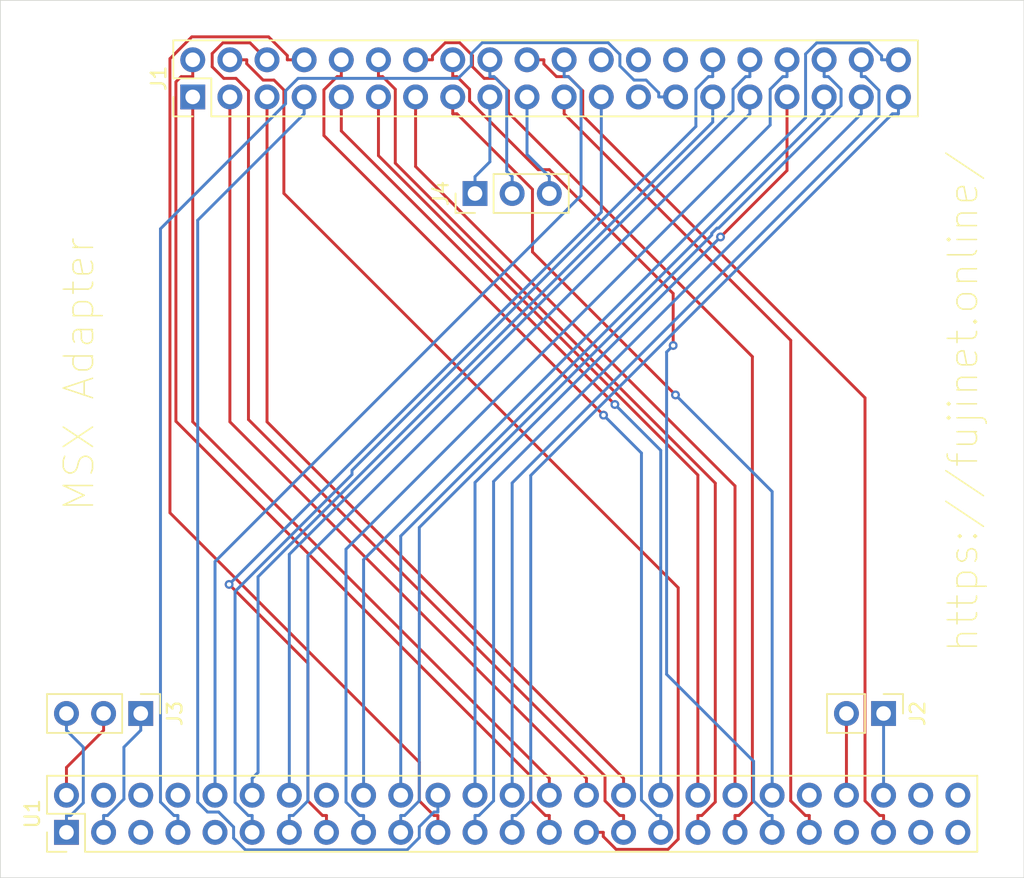
<source format=kicad_pcb>
(kicad_pcb (version 20240108) (generator "pcbnew") (generator_version "8.0")
  (layers (0 "F.Cu" signal) (31 "B.Cu" signal) (34 "B.Paste" user) (35 "F.Paste" user) (36 "B.SilkS" user "B.Silkscreen") (37 "F.SilkS" user "F.Silkscreen") (38 "B.Mask" user) (39 "F.Mask" user) (44 "Edge.Cuts" user))
  (net 0 "")
  (net 1 "/GND")
  (net 2 "/Z80_A2")
  (net 3 "/5V")
  (net 4 "/Z80_D5")
  (net 5 "/RW")
  (net 6 "/Z80_A4")
  (net 7 "/Z80_A9")
  (net 8 "/Z80_D2")
  (net 9 "/RESET")
  (net 10 "/SPARE1")
  (net 11 "/Z80_A11")
  (net 12 "/Z80_A15")
  (net 13 "/Z80_A10")
  (net 14 "/MEMRQ")
  (net 15 "/Z80_A0")
  (net 16 "/Z80_A5")
  (net 17 "/Z80_D7")
  (net 18 "/Z80_A7")
  (net 19 "/Z80_D3")
  (net 20 "/Z80_A3")
  (net 21 "/BUSACK")
  (net 22 "/Z80_D1")
  (net 23 "/Z80_A6")
  (net 24 "/Z80_D0")
  (net 25 "/WAIT")
  (net 26 "/ROMCS")
  (net 27 "/SPARE2")
  (net 28 "/Z80_A8")
  (net 29 "/IORQ")
  (net 30 "/Z80_A1")
  (net 31 "/Z80_A12")
  (net 32 "/Z80_A14")
  (net 33 "/RD")
  (net 34 "/BUSRQ")
  (net 35 "/Z80_D6")
  (net 36 "/NMI")
  (net 37 "/SPARE3")
  (net 38 "/SPARE4")
  (net 39 "/Z80_A13")
  (net 40 "/Z80_D4")
  (net 41 "Net-(J2-Pin_1)")
  (net 42 "Net-(J2-Pin_2)")
  (net 43 "Net-(J3-Pin_2)")
  (net 44 "Net-(J3-Pin_3)")
  (net 45 "Net-(J3-Pin_1)")
  (footprint "Connector_PinHeader_2.54mm:PinHeader_2x25_P2.54mm_Vertical" (layer "F.Cu") (at 68.58 120.396 90)
    (property "Reference" "U1" (at 1.27 -2.33 90) (layer "F.SilkS"))
    (property "Value" "~")
    (fp_line (start 3.87 -1.33) (end 3.87 62.29) (stroke (width 0.12)) (layer "F.SilkS"))
    (fp_line (start 1.27 -1.33) (end 3.87 -1.33) (stroke (width 0.12)) (layer "F.SilkS"))
    (fp_line (start -1.33 -1.33) (end 0 -1.33) (stroke (width 0.12)) (layer "F.SilkS"))
    (fp_line (start -1.33 0) (end -1.33 -1.33) (stroke (width 0.12)) (layer "F.SilkS"))
    (fp_line (start 1.27 1.27) (end 1.27 -1.33) (stroke (width 0.12)) (layer "F.SilkS"))
    (fp_line (start -1.33 1.27) (end 1.27 1.27) (stroke (width 0.12)) (layer "F.SilkS"))
    (fp_line (start -1.33 1.27) (end -1.33 62.29) (stroke (width 0.12)) (layer "F.SilkS"))
    (fp_line (start -1.33 62.29) (end 3.87 62.29) (stroke (width 0.12)) (layer "F.SilkS"))
    (pad "1" thru_hole rect (at 0 0 90) (size 1.7 1.7) (drill 1) (layers "*.Cu" "*.Mask") (net 44 "Net-(J3-Pin_3)"))
    (pad "2" thru_hole oval (at 2.54 0 90) (size 1.7 1.7) (drill 1) (layers "*.Cu" "*.Mask") (net 43 "Net-(J3-Pin_2)"))
    (pad "3" thru_hole oval (at 0 2.54 90) (size 1.7 1.7) (drill 1) (layers "*.Cu" "*.Mask") (net 45 "Net-(J3-Pin_1)"))
    (pad "4" thru_hole oval (at 2.54 2.54 90) (size 1.7 1.7) (drill 1) (layers "*.Cu" "*.Mask"))
    (pad "5" thru_hole oval (at 0 5.08 90) (size 1.7 1.7) (drill 1) (layers "*.Cu" "*.Mask"))
    (pad "6" thru_hole oval (at 2.54 5.08 90) (size 1.7 1.7) (drill 1) (layers "*.Cu" "*.Mask"))
    (pad "7" thru_hole oval (at 0 7.62 90) (size 1.7 1.7) (drill 1) (layers "*.Cu" "*.Mask") (net 25 "/WAIT"))
    (pad "8" thru_hole oval (at 2.54 7.62 90) (size 1.7 1.7) (drill 1) (layers "*.Cu" "*.Mask"))
    (pad "9" thru_hole oval (at 0 10.16 90) (size 1.7 1.7) (drill 1) (layers "*.Cu" "*.Mask"))
    (pad "10" thru_hole oval (at 2.54 10.16 90) (size 1.7 1.7) (drill 1) (layers "*.Cu" "*.Mask") (net 38 "/SPARE4"))
    (pad "11" thru_hole oval (at 0 12.7 90) (size 1.7 1.7) (drill 1) (layers "*.Cu" "*.Mask") (net 29 "/IORQ"))
    (pad "12" thru_hole oval (at 2.54 12.7 90) (size 1.7 1.7) (drill 1) (layers "*.Cu" "*.Mask") (net 14 "/MEMRQ"))
    (pad "13" thru_hole oval (at 0 15.24 90) (size 1.7 1.7) (drill 1) (layers "*.Cu" "*.Mask") (net 5 "/RW"))
    (pad "14" thru_hole oval (at 2.54 15.24 90) (size 1.7 1.7) (drill 1) (layers "*.Cu" "*.Mask") (net 33 "/RD"))
    (pad "15" thru_hole oval (at 0 17.78 90) (size 1.7 1.7) (drill 1) (layers "*.Cu" "*.Mask") (net 9 "/RESET"))
    (pad "16" thru_hole oval (at 2.54 17.78 90) (size 1.7 1.7) (drill 1) (layers "*.Cu" "*.Mask"))
    (pad "17" thru_hole oval (at 0 20.32 90) (size 1.7 1.7) (drill 1) (layers "*.Cu" "*.Mask") (net 7 "/Z80_A9"))
    (pad "18" thru_hole oval (at 2.54 20.32 90) (size 1.7 1.7) (drill 1) (layers "*.Cu" "*.Mask") (net 12 "/Z80_A15"))
    (pad "19" thru_hole oval (at 0 22.86 90) (size 1.7 1.7) (drill 1) (layers "*.Cu" "*.Mask") (net 11 "/Z80_A11"))
    (pad "20" thru_hole oval (at 2.54 22.86 90) (size 1.7 1.7) (drill 1) (layers "*.Cu" "*.Mask") (net 13 "/Z80_A10"))
    (pad "21" thru_hole oval (at 0 25.4 90) (size 1.7 1.7) (drill 1) (layers "*.Cu" "*.Mask") (net 18 "/Z80_A7"))
    (pad "22" thru_hole oval (at 2.54 25.4 90) (size 1.7 1.7) (drill 1) (layers "*.Cu" "*.Mask") (net 23 "/Z80_A6"))
    (pad "23" thru_hole oval (at 0 27.94 90) (size 1.7 1.7) (drill 1) (layers "*.Cu" "*.Mask") (net 31 "/Z80_A12"))
    (pad "24" thru_hole oval (at 2.54 27.94 90) (size 1.7 1.7) (drill 1) (layers "*.Cu" "*.Mask") (net 28 "/Z80_A8"))
    (pad "25" thru_hole oval (at 0 30.48 90) (size 1.7 1.7) (drill 1) (layers "*.Cu" "*.Mask") (net 32 "/Z80_A14"))
    (pad "26" thru_hole oval (at 2.54 30.48 90) (size 1.7 1.7) (drill 1) (layers "*.Cu" "*.Mask") (net 39 "/Z80_A13"))
    (pad "27" thru_hole oval (at 0 33.02 90) (size 1.7 1.7) (drill 1) (layers "*.Cu" "*.Mask") (net 30 "/Z80_A1"))
    (pad "28" thru_hole oval (at 2.54 33.02 90) (size 1.7 1.7) (drill 1) (layers "*.Cu" "*.Mask") (net 15 "/Z80_A0"))
    (pad "29" thru_hole oval (at 0 35.56 90) (size 1.7 1.7) (drill 1) (layers "*.Cu" "*.Mask") (net 20 "/Z80_A3"))
    (pad "30" thru_hole oval (at 2.54 35.56 90) (size 1.7 1.7) (drill 1) (layers "*.Cu" "*.Mask") (net 2 "/Z80_A2"))
    (pad "31" thru_hole oval (at 0 38.1 90) (size 1.7 1.7) (drill 1) (layers "*.Cu" "*.Mask") (net 16 "/Z80_A5"))
    (pad "32" thru_hole oval (at 2.54 38.1 90) (size 1.7 1.7) (drill 1) (layers "*.Cu" "*.Mask") (net 6 "/Z80_A4"))
    (pad "33" thru_hole oval (at 0 40.64 90) (size 1.7 1.7) (drill 1) (layers "*.Cu" "*.Mask") (net 22 "/Z80_D1"))
    (pad "34" thru_hole oval (at 2.54 40.64 90) (size 1.7 1.7) (drill 1) (layers "*.Cu" "*.Mask") (net 24 "/Z80_D0"))
    (pad "35" thru_hole oval (at 0 43.18 90) (size 1.7 1.7) (drill 1) (layers "*.Cu" "*.Mask") (net 19 "/Z80_D3"))
    (pad "36" thru_hole oval (at 2.54 43.18 90) (size 1.7 1.7) (drill 1) (layers "*.Cu" "*.Mask") (net 8 "/Z80_D2"))
    (pad "37" thru_hole oval (at 0 45.72 90) (size 1.7 1.7) (drill 1) (layers "*.Cu" "*.Mask") (net 4 "/Z80_D5"))
    (pad "38" thru_hole oval (at 2.54 45.72 90) (size 1.7 1.7) (drill 1) (layers "*.Cu" "*.Mask") (net 40 "/Z80_D4"))
    (pad "39" thru_hole oval (at 0 48.26 90) (size 1.7 1.7) (drill 1) (layers "*.Cu" "*.Mask") (net 17 "/Z80_D7"))
    (pad "40" thru_hole oval (at 2.54 48.26 90) (size 1.7 1.7) (drill 1) (layers "*.Cu" "*.Mask") (net 35 "/Z80_D6"))
    (pad "41" thru_hole oval (at 0 50.8 90) (size 1.7 1.7) (drill 1) (layers "*.Cu" "*.Mask") (net 1 "/GND"))
    (pad "42" thru_hole oval (at 2.54 50.8 90) (size 1.7 1.7) (drill 1) (layers "*.Cu" "*.Mask"))
    (pad "43" thru_hole oval (at 0 53.34 90) (size 1.7 1.7) (drill 1) (layers "*.Cu" "*.Mask"))
    (pad "44" thru_hole oval (at 2.54 53.34 90) (size 1.7 1.7) (drill 1) (layers "*.Cu" "*.Mask") (net 42 "Net-(J2-Pin_2)"))
    (pad "45" thru_hole oval (at 0 55.88 90) (size 1.7 1.7) (drill 1) (layers "*.Cu" "*.Mask") (net 3 "/5V"))
    (pad "46" thru_hole oval (at 2.54 55.88 90) (size 1.7 1.7) (drill 1) (layers "*.Cu" "*.Mask") (net 41 "Net-(J2-Pin_1)"))
    (pad "47" thru_hole oval (at 0 58.42 90) (size 1.7 1.7) (drill 1) (layers "*.Cu" "*.Mask"))
    (pad "48" thru_hole oval (at 2.54 58.42 90) (size 1.7 1.7) (drill 1) (layers "*.Cu" "*.Mask"))
    (pad "49" thru_hole oval (at 0 60.96 90) (size 1.7 1.7) (drill 1) (layers "*.Cu" "*.Mask"))
    (pad "50" thru_hole oval (at 2.54 60.96 90) (size 1.7 1.7) (drill 1) (layers "*.Cu" "*.Mask"))
  )
  (footprint "Connector_PinHeader_2.54mm:PinHeader_1x03_P2.54mm_Vertical" (layer "F.Cu") (at 96.52 76.708 90)
    (property "Reference" "J4" (at 0 -2.33 90) (layer "F.SilkS"))
    (property "Value" "SPARE")
    (fp_line (start -1.33 -1.33) (end 0 -1.33) (stroke (width 0.12)) (layer "F.SilkS"))
    (fp_line (start -1.33 0) (end -1.33 -1.33) (stroke (width 0.12)) (layer "F.SilkS"))
    (fp_line (start 1.33 1.27) (end 1.33 6.41) (stroke (width 0.12)) (layer "F.SilkS"))
    (fp_line (start -1.33 1.27) (end 1.33 1.27) (stroke (width 0.12)) (layer "F.SilkS"))
    (fp_line (start -1.33 1.27) (end -1.33 6.41) (stroke (width 0.12)) (layer "F.SilkS"))
    (fp_line (start -1.33 6.41) (end 1.33 6.41) (stroke (width 0.12)) (layer "F.SilkS"))
    (pad "1" thru_hole rect (at 0 0 90) (size 1.7 1.7) (drill 1) (layers "*.Cu" "*.Mask") (net 10 "/SPARE1"))
    (pad "2" thru_hole oval (at 0 2.54 90) (size 1.7 1.7) (drill 1) (layers "*.Cu" "*.Mask") (net 27 "/SPARE2"))
    (pad "3" thru_hole oval (at 0 5.08 90) (size 1.7 1.7) (drill 1) (layers "*.Cu" "*.Mask") (net 37 "/SPARE3"))
  )
  (footprint "Connector_PinHeader_2.54mm:PinHeader_1x02_P2.54mm_Vertical" (layer "F.Cu") (at 124.46 112.268 -90)
    (property "Reference" "J2" (at 0 -2.33 90) (layer "F.SilkS"))
    (property "Value" "SW")
    (fp_line (start -1.33 3.87) (end 1.33 3.87) (stroke (width 0.12)) (layer "F.SilkS"))
    (fp_line (start -1.33 1.27) (end -1.33 3.87) (stroke (width 0.12)) (layer "F.SilkS"))
    (fp_line (start -1.33 1.27) (end 1.33 1.27) (stroke (width 0.12)) (layer "F.SilkS"))
    (fp_line (start 1.33 1.27) (end 1.33 3.87) (stroke (width 0.12)) (layer "F.SilkS"))
    (fp_line (start -1.33 0) (end -1.33 -1.33) (stroke (width 0.12)) (layer "F.SilkS"))
    (fp_line (start -1.33 -1.33) (end 0 -1.33) (stroke (width 0.12)) (layer "F.SilkS"))
    (pad "1" thru_hole rect (at 0 0 270) (size 1.7 1.7) (drill 1) (layers "*.Cu" "*.Mask") (net 41 "Net-(J2-Pin_1)"))
    (pad "2" thru_hole oval (at 0 2.54 270) (size 1.7 1.7) (drill 1) (layers "*.Cu" "*.Mask") (net 42 "Net-(J2-Pin_2)"))
  )
  (footprint "Connector_PinHeader_2.54mm:PinHeader_1x03_P2.54mm_Vertical" (layer "F.Cu") (at 73.66 112.268 -90)
    (property "Reference" "J3" (at 0 -2.33 90) (layer "F.SilkS"))
    (property "Value" "CS")
    (fp_line (start -1.33 6.41) (end 1.33 6.41) (stroke (width 0.12)) (layer "F.SilkS"))
    (fp_line (start -1.33 1.27) (end -1.33 6.41) (stroke (width 0.12)) (layer "F.SilkS"))
    (fp_line (start -1.33 1.27) (end 1.33 1.27) (stroke (width 0.12)) (layer "F.SilkS"))
    (fp_line (start 1.33 1.27) (end 1.33 6.41) (stroke (width 0.12)) (layer "F.SilkS"))
    (fp_line (start -1.33 0) (end -1.33 -1.33) (stroke (width 0.12)) (layer "F.SilkS"))
    (fp_line (start -1.33 -1.33) (end 0 -1.33) (stroke (width 0.12)) (layer "F.SilkS"))
    (pad "1" thru_hole rect (at 0 0 270) (size 1.7 1.7) (drill 1) (layers "*.Cu" "*.Mask") (net 45 "Net-(J3-Pin_1)"))
    (pad "2" thru_hole oval (at 0 2.54 270) (size 1.7 1.7) (drill 1) (layers "*.Cu" "*.Mask") (net 43 "Net-(J3-Pin_2)"))
    (pad "3" thru_hole oval (at 0 5.08 270) (size 1.7 1.7) (drill 1) (layers "*.Cu" "*.Mask") (net 44 "Net-(J3-Pin_3)"))
  )
  (footprint "Connector_PinHeader_2.54mm:PinHeader_2x20_P2.54mm_Vertical" (layer "F.Cu") (at 77.216 70.104 90)
    (property "Reference" "J1" (at 1.27 -2.33 90) (layer "F.SilkS"))
    (property "Value" "HOST SYSTEM HEADER" (hide yes))
    (fp_line (start 3.87 -1.33) (end 3.87 49.59) (stroke (width 0.12)) (layer "F.SilkS"))
    (fp_line (start 1.27 -1.33) (end 3.87 -1.33) (stroke (width 0.12)) (layer "F.SilkS"))
    (fp_line (start -1.33 -1.33) (end 0 -1.33) (stroke (width 0.12)) (layer "F.SilkS"))
    (fp_line (start -1.33 0) (end -1.33 -1.33) (stroke (width 0.12)) (layer "F.SilkS"))
    (fp_line (start 1.27 1.27) (end 1.27 -1.33) (stroke (width 0.12)) (layer "F.SilkS"))
    (fp_line (start -1.33 1.27) (end 1.27 1.27) (stroke (width 0.12)) (layer "F.SilkS"))
    (fp_line (start -1.33 1.27) (end -1.33 49.59) (stroke (width 0.12)) (layer "F.SilkS"))
    (fp_line (start -1.33 49.59) (end 3.87 49.59) (stroke (width 0.12)) (layer "F.SilkS"))
    (pad "1" thru_hole rect (at 0 0 90) (size 1.7 1.7) (drill 1) (layers "*.Cu" "*.Mask") (net 15 "/Z80_A0"))
    (pad "2" thru_hole oval (at 2.54 0 90) (size 1.7 1.7) (drill 1) (layers "*.Cu" "*.Mask") (net 30 "/Z80_A1"))
    (pad "3" thru_hole oval (at 0 2.54 90) (size 1.7 1.7) (drill 1) (layers "*.Cu" "*.Mask") (net 2 "/Z80_A2"))
    (pad "4" thru_hole oval (at 2.54 2.54 90) (size 1.7 1.7) (drill 1) (layers "*.Cu" "*.Mask") (net 20 "/Z80_A3"))
    (pad "5" thru_hole oval (at 0 5.08 90) (size 1.7 1.7) (drill 1) (layers "*.Cu" "*.Mask") (net 6 "/Z80_A4"))
    (pad "6" thru_hole oval (at 2.54 5.08 90) (size 1.7 1.7) (drill 1) (layers "*.Cu" "*.Mask") (net 16 "/Z80_A5"))
    (pad "7" thru_hole oval (at 0 7.62 90) (size 1.7 1.7) (drill 1) (layers "*.Cu" "*.Mask") (net 23 "/Z80_A6"))
    (pad "8" thru_hole oval (at 2.54 7.62 90) (size 1.7 1.7) (drill 1) (layers "*.Cu" "*.Mask") (net 18 "/Z80_A7"))
    (pad "9" thru_hole oval (at 0 10.16 90) (size 1.7 1.7) (drill 1) (layers "*.Cu" "*.Mask") (net 24 "/Z80_D0"))
    (pad "10" thru_hole oval (at 2.54 10.16 90) (size 1.7 1.7) (drill 1) (layers "*.Cu" "*.Mask") (net 22 "/Z80_D1"))
    (pad "11" thru_hole oval (at 0 12.7 90) (size 1.7 1.7) (drill 1) (layers "*.Cu" "*.Mask") (net 8 "/Z80_D2"))
    (pad "12" thru_hole oval (at 2.54 12.7 90) (size 1.7 1.7) (drill 1) (layers "*.Cu" "*.Mask") (net 19 "/Z80_D3"))
    (pad "13" thru_hole oval (at 0 15.24 90) (size 1.7 1.7) (drill 1) (layers "*.Cu" "*.Mask") (net 40 "/Z80_D4"))
    (pad "14" thru_hole oval (at 2.54 15.24 90) (size 1.7 1.7) (drill 1) (layers "*.Cu" "*.Mask") (net 4 "/Z80_D5"))
    (pad "15" thru_hole oval (at 0 17.78 90) (size 1.7 1.7) (drill 1) (layers "*.Cu" "*.Mask") (net 35 "/Z80_D6"))
    (pad "16" thru_hole oval (at 2.54 17.78 90) (size 1.7 1.7) (drill 1) (layers "*.Cu" "*.Mask") (net 17 "/Z80_D7"))
    (pad "17" thru_hole oval (at 0 20.32 90) (size 1.7 1.7) (drill 1) (layers "*.Cu" "*.Mask") (net 10 "/SPARE1"))
    (pad "18" thru_hole oval (at 2.54 20.32 90) (size 1.7 1.7) (drill 1) (layers "*.Cu" "*.Mask") (net 27 "/SPARE2"))
    (pad "19" thru_hole oval (at 0 22.86 90) (size 1.7 1.7) (drill 1) (layers "*.Cu" "*.Mask") (net 37 "/SPARE3"))
    (pad "20" thru_hole oval (at 2.54 22.86 90) (size 1.7 1.7) (drill 1) (layers "*.Cu" "*.Mask") (net 3 "/5V"))
    (pad "21" thru_hole oval (at 0 25.4 90) (size 1.7 1.7) (drill 1) (layers "*.Cu" "*.Mask") (net 1 "/GND"))
    (pad "22" thru_hole oval (at 2.54 25.4 90) (size 1.7 1.7) (drill 1) (layers "*.Cu" "*.Mask") (net 38 "/SPARE4"))
    (pad "23" thru_hole oval (at 0 27.94 90) (size 1.7 1.7) (drill 1) (layers "*.Cu" "*.Mask") (net 9 "/RESET"))
    (pad "24" thru_hole oval (at 2.54 27.94 90) (size 1.7 1.7) (drill 1) (layers "*.Cu" "*.Mask") (net 21 "/BUSACK"))
    (pad "25" thru_hole oval (at 0 30.48 90) (size 1.7 1.7) (drill 1) (layers "*.Cu" "*.Mask") (net 26 "/ROMCS"))
    (pad "26" thru_hole oval (at 2.54 30.48 90) (size 1.7 1.7) (drill 1) (layers "*.Cu" "*.Mask") (net 36 "/NMI"))
    (pad "27" thru_hole oval (at 0 33.02 90) (size 1.7 1.7) (drill 1) (layers "*.Cu" "*.Mask") (net 25 "/WAIT"))
    (pad "28" thru_hole oval (at 2.54 33.02 90) (size 1.7 1.7) (drill 1) (layers "*.Cu" "*.Mask") (net 34 "/BUSRQ"))
    (pad "29" thru_hole oval (at 0 35.56 90) (size 1.7 1.7) (drill 1) (layers "*.Cu" "*.Mask") (net 14 "/MEMRQ"))
    (pad "30" thru_hole oval (at 2.54 35.56 90) (size 1.7 1.7) (drill 1) (layers "*.Cu" "*.Mask") (net 29 "/IORQ"))
    (pad "31" thru_hole oval (at 0 38.1 90) (size 1.7 1.7) (drill 1) (layers "*.Cu" "*.Mask") (net 5 "/RW"))
    (pad "32" thru_hole oval (at 2.54 38.1 90) (size 1.7 1.7) (drill 1) (layers "*.Cu" "*.Mask") (net 33 "/RD"))
    (pad "33" thru_hole oval (at 0 40.64 90) (size 1.7 1.7) (drill 1) (layers "*.Cu" "*.Mask") (net 28 "/Z80_A8"))
    (pad "34" thru_hole oval (at 2.54 40.64 90) (size 1.7 1.7) (drill 1) (layers "*.Cu" "*.Mask") (net 7 "/Z80_A9"))
    (pad "35" thru_hole oval (at 0 43.18 90) (size 1.7 1.7) (drill 1) (layers "*.Cu" "*.Mask") (net 13 "/Z80_A10"))
    (pad "36" thru_hole oval (at 2.54 43.18 90) (size 1.7 1.7) (drill 1) (layers "*.Cu" "*.Mask") (net 11 "/Z80_A11"))
    (pad "37" thru_hole oval (at 0 45.72 90) (size 1.7 1.7) (drill 1) (layers "*.Cu" "*.Mask") (net 31 "/Z80_A12"))
    (pad "38" thru_hole oval (at 2.54 45.72 90) (size 1.7 1.7) (drill 1) (layers "*.Cu" "*.Mask") (net 39 "/Z80_A13"))
    (pad "39" thru_hole oval (at 0 48.26 90) (size 1.7 1.7) (drill 1) (layers "*.Cu" "*.Mask") (net 32 "/Z80_A14"))
    (pad "40" thru_hole oval (at 2.54 48.26 90) (size 1.7 1.7) (drill 1) (layers "*.Cu" "*.Mask") (net 12 "/Z80_A15"))
  )
  (gr_rect (start 64.06 63.5) (end 134.06 123.5) (stroke (width 0.05)) (fill none) (layer "Edge.Cuts"))
  (gr_text "https://fujinet.online/" (at 131.064 108.204 90) (layer "F.SilkS") (effects (font (size 2 2) (thickness 0.1)) (justify left bottom)))
  (gr_text "MSX Adapter" (at 70.612 98.552 90) (layer "F.SilkS") (effects (font (size 2 2) (thickness 0.1)) (justify left bottom)))
  (segment (start 118.11 118.2428) (end 119.1115 119.2443) (width 0.2) (layer "F.Cu") (net 1))
  (segment (start 119.1115 119.2443) (end 119.38 119.2443) (width 0.2) (layer "F.Cu") (net 1))
  (segment (start 102.616 71.2557) (end 118.11 86.7497) (width 0.2) (layer "F.Cu") (net 1))
  (segment (start 119.38 120.396) (end 119.38 119.2443) (width 0.2) (layer "F.Cu") (net 1))
  (segment (start 118.11 86.7497) (end 118.11 118.2428) (width 0.2) (layer "F.Cu") (net 1))
  (segment (start 102.616 70.104) (end 102.616 71.2557) (width 0.2) (layer "F.Cu") (net 1))
  (segment (start 79.756 70.104) (end 79.756 92.3203) (width 0.2) (layer "F.Cu") (net 2))
  (segment (start 79.756 92.3203) (end 104.14 116.7043) (width 0.2) (layer "F.Cu") (net 2))
  (segment (start 104.14 117.856) (end 104.14 116.7043) (width 0.2) (layer "F.Cu") (net 2))
  (segment (start 123.19 90.6822) (end 103.886 71.3782) (width 0.2) (layer "F.Cu") (net 3))
  (segment (start 102.916 68.7157) (end 102.0914 68.7157) (width 0.2) (layer "F.Cu") (net 3))
  (segment (start 100.076 67.564) (end 101.2277 67.564) (width 0.2) (layer "F.Cu") (net 3))
  (segment (start 103.886 69.6857) (end 102.916 68.7157) (width 0.2) (layer "F.Cu") (net 3))
  (segment (start 124.46 119.2443) (end 124.1915 119.2443) (width 0.2) (layer "F.Cu") (net 3))
  (segment (start 124.46 120.396) (end 124.46 119.2443) (width 0.2) (layer "F.Cu") (net 3))
  (segment (start 124.1915 119.2443) (end 123.19 118.2428) (width 0.2) (layer "F.Cu") (net 3))
  (segment (start 103.886 71.3782) (end 103.886 69.6857) (width 0.2) (layer "F.Cu") (net 3))
  (segment (start 123.19 118.2428) (end 123.19 90.6822) (width 0.2) (layer "F.Cu") (net 3))
  (segment (start 102.0914 68.7157) (end 101.2277 67.852) (width 0.2) (layer "F.Cu") (net 3))
  (segment (start 101.2277 67.852) (end 101.2277 67.564) (width 0.2) (layer "F.Cu") (net 3))
  (segment (start 98.806 71.1835) (end 115.4878 87.8653) (width 0.2) (layer "F.Cu") (net 4))
  (segment (start 115.4878 118.325) (end 114.5685 119.2443) (width 0.2) (layer "F.Cu") (net 4))
  (segment (start 93.6077 67.564) (end 93.6077 67.2761) (width 0.2) (layer "F.Cu") (net 4))
  (segment (start 97.1419 68.834) (end 97.9543 68.834) (width 0.2) (layer "F.Cu") (net 4))
  (segment (start 93.6077 67.2761) (end 94.4878 66.396) (width 0.2) (layer "F.Cu") (net 4))
  (segment (start 97.9543 68.834) (end 98.806 69.6857) (width 0.2) (layer "F.Cu") (net 4))
  (segment (start 115.4878 87.8653) (end 115.4878 118.325) (width 0.2) (layer "F.Cu") (net 4))
  (segment (start 95.4694 66.396) (end 96.3477 67.2743) (width 0.2) (layer "F.Cu") (net 4))
  (segment (start 114.3 120.396) (end 114.3 119.2443) (width 0.2) (layer "F.Cu") (net 4))
  (segment (start 94.4878 66.396) (end 95.4694 66.396) (width 0.2) (layer "F.Cu") (net 4))
  (segment (start 96.3477 67.2743) (end 96.3477 68.0398) (width 0.2) (layer "F.Cu") (net 4))
  (segment (start 114.5685 119.2443) (end 114.3 119.2443) (width 0.2) (layer "F.Cu") (net 4))
  (segment (start 98.806 69.6857) (end 98.806 71.1835) (width 0.2) (layer "F.Cu") (net 4))
  (segment (start 92.456 67.564) (end 93.6077 67.564) (width 0.2) (layer "F.Cu") (net 4))
  (segment (start 96.3477 68.0398) (end 97.1419 68.834) (width 0.2) (layer "F.Cu") (net 4))
  (segment (start 84.0885 119.2443) (end 85.09 118.2428) (width 0.2) (layer "B.Cu") (net 5))
  (segment (start 83.82 120.396) (end 83.82 119.2443) (width 0.2) (layer "B.Cu") (net 5))
  (segment (start 85.09 101.4817) (end 115.316 71.2557) (width 0.2) (layer "B.Cu") (net 5))
  (segment (start 85.09 118.2428) (end 85.09 101.4817) (width 0.2) (layer "B.Cu") (net 5))
  (segment (start 115.316 70.104) (end 115.316 71.2557) (width 0.2) (layer "B.Cu") (net 5))
  (segment (start 83.82 119.2443) (end 84.0885 119.2443) (width 0.2) (layer "B.Cu") (net 5))
  (segment (start 82.296 92.3203) (end 82.296 70.104) (width 0.2) (layer "F.Cu") (net 6))
  (segment (start 106.68 116.7043) (end 82.296 92.3203) (width 0.2) (layer "F.Cu") (net 6))
  (segment (start 106.68 117.856) (end 106.68 116.7043) (width 0.2) (layer "F.Cu") (net 6))
  (segment (start 116.7043 69.5794) (end 116.7043 72.0264) (width 0.2) (layer "B.Cu") (net 7))
  (segment (start 87.6969 118.3291) (end 88.6121 119.2443) (width 0.2) (layer "B.Cu") (net 7))
  (segment (start 87.6969 101.0338) (end 87.6969 118.3291) (width 0.2) (layer "B.Cu") (net 7))
  (segment (start 117.856 68.7157) (end 117.568 68.7157) (width 0.2) (layer "B.Cu") (net 7))
  (segment (start 116.7043 72.0264) (end 87.6969 101.0338) (width 0.2) (layer "B.Cu") (net 7))
  (segment (start 88.9 120.396) (end 88.9 119.2443) (width 0.2) (layer "B.Cu") (net 7))
  (segment (start 88.6121 119.2443) (end 88.9 119.2443) (width 0.2) (layer "B.Cu") (net 7))
  (segment (start 117.568 68.7157) (end 116.7043 69.5794) (width 0.2) (layer "B.Cu") (net 7))
  (segment (start 117.856 67.564) (end 117.856 68.7157) (width 0.2) (layer "B.Cu") (net 7))
  (segment (start 89.916 74.1179) (end 111.76 95.9619) (width 0.2) (layer "F.Cu") (net 8))
  (segment (start 111.76 117.856) (end 111.76 116.7043) (width 0.2) (layer "F.Cu") (net 8))
  (segment (start 89.916 70.104) (end 89.916 74.1179) (width 0.2) (layer "F.Cu") (net 8))
  (segment (start 111.76 95.9619) (end 111.76 116.7043) (width 0.2) (layer "F.Cu") (net 8))
  (segment (start 85.09 118.2428) (end 86.0915 119.2443) (width 0.2) (layer "F.Cu") (net 9))
  (segment (start 79.7023 103.4403) (end 85.09 108.828) (width 0.2) (layer "F.Cu") (net 9))
  (segment (start 85.09 108.828) (end 85.09 118.2428) (width 0.2) (layer "F.Cu") (net 9))
  (segment (start 86.0915 119.2443) (end 86.36 119.2443) (width 0.2) (layer "F.Cu") (net 9))
  (segment (start 86.36 120.396) (end 86.36 119.2443) (width 0.2) (layer "F.Cu") (net 9))
  (via (at 79.7023 103.4403) (size 0.6) (drill 0.3) (layers "F.Cu" "B.Cu") (net 9))
  (segment (start 105.156 70.104) (end 105.156 77.9866) (width 0.2) (layer "B.Cu") (net 9))
  (segment (start 105.156 77.9866) (end 79.7023 103.4403) (width 0.2) (layer "B.Cu") (net 9))
  (segment (start 97.536 70.104) (end 97.536 74.5403) (width 0.2) (layer "B.Cu") (net 10))
  (segment (start 97.536 74.5403) (end 96.52 75.5563) (width 0.2) (layer "B.Cu") (net 10))
  (segment (start 96.52 76.708) (end 96.52 75.5563) (width 0.2) (layer "B.Cu") (net 10))
  (segment (start 120.396 67.564) (end 120.396 68.7157) (width 0.2) (layer "B.Cu") (net 11))
  (segment (start 92.71 118.2428) (end 91.7085 119.2443) (width 0.2) (layer "B.Cu") (net 11))
  (segment (start 113.1758 79.0793) (end 113.061 79.0793) (width 0.2) (layer "B.Cu") (net 11))
  (segment (start 113.061 79.0793) (end 112.7084 79.4319) (width 0.2) (layer "B.Cu") (net 11))
  (segment (start 120.396 68.7157) (end 120.6839 68.7157) (width 0.2) (layer "B.Cu") (net 11))
  (segment (start 91.7085 119.2443) (end 91.44 119.2443) (width 0.2) (layer "B.Cu") (net 11))
  (segment (start 120.6839 68.7157) (end 121.5522 69.584) (width 0.2) (layer "B.Cu") (net 11))
  (segment (start 112.7084 79.4319) (end 112.7084 79.5467) (width 0.2) (layer "B.Cu") (net 11))
  (segment (start 112.7084 79.5467) (end 92.71 99.5451) (width 0.2) (layer "B.Cu") (net 11))
  (segment (start 121.5522 69.584) (end 121.5522 70.7029) (width 0.2) (layer "B.Cu") (net 11))
  (segment (start 92.71 99.5451) (end 92.71 118.2428) (width 0.2) (layer "B.Cu") (net 11))
  (segment (start 121.5522 70.7029) (end 113.1758 79.0793) (width 0.2) (layer "B.Cu") (net 11))
  (segment (start 91.44 120.396) (end 91.44 119.2443) (width 0.2) (layer "B.Cu") (net 11))
  (segment (start 88.9 117.856) (end 88.9 101.7496) (width 0.2) (layer "B.Cu") (net 12))
  (segment (start 119.126 71.5236) (end 119.126 67.1673) (width 0.2) (layer "B.Cu") (net 12))
  (segment (start 125.476 67.564) (end 124.3243 67.564) (width 0.2) (layer "B.Cu") (net 12))
  (segment (start 123.4544 66.4062) (end 124.3243 67.2761) (width 0.2) (layer "B.Cu") (net 12))
  (segment (start 119.126 67.1673) (end 119.8871 66.4062) (width 0.2) (layer "B.Cu") (net 12))
  (segment (start 119.8871 66.4062) (end 123.4544 66.4062) (width 0.2) (layer "B.Cu") (net 12))
  (segment (start 124.3243 67.2761) (end 124.3243 67.564) (width 0.2) (layer "B.Cu") (net 12))
  (segment (start 88.9 101.7496) (end 119.126 71.5236) (width 0.2) (layer "B.Cu") (net 12))
  (segment (start 120.3166 71.2557) (end 91.44 100.1323) (width 0.2) (layer "B.Cu") (net 13))
  (segment (start 120.396 71.2557) (end 120.3166 71.2557) (width 0.2) (layer "B.Cu") (net 13))
  (segment (start 120.396 70.104) (end 120.396 71.2557) (width 0.2) (layer "B.Cu") (net 13))
  (segment (start 91.44 100.1323) (end 91.44 117.856) (width 0.2) (layer "B.Cu") (net 13))
  (segment (start 81.28 116.7043) (end 81.6817 116.3026) (width 0.2) (layer "B.Cu") (net 14))
  (segment (start 81.6817 116.3026) (end 81.6817 102.918) (width 0.2) (layer "B.Cu") (net 14))
  (segment (start 112.776 71.8237) (end 112.776 71.2557) (width 0.2) (layer "B.Cu") (net 14))
  (segment (start 112.776 70.104) (end 112.776 71.2557) (width 0.2) (layer "B.Cu") (net 14))
  (segment (start 81.28 117.856) (end 81.28 116.7043) (width 0.2) (layer "B.Cu") (net 14))
  (segment (start 81.6817 102.918) (end 112.776 71.8237) (width 0.2) (layer "B.Cu") (net 14))
  (segment (start 101.6 116.7043) (end 77.216 92.3203) (width 0.2) (layer "F.Cu") (net 15))
  (segment (start 101.6 117.856) (end 101.6 116.7043) (width 0.2) (layer "F.Cu") (net 15))
  (segment (start 77.216 92.3203) (end 77.216 70.104) (width 0.2) (layer "F.Cu") (net 15))
  (segment (start 81.026 69.6857) (end 81.026 92.1656) (width 0.2) (layer "F.Cu") (net 16))
  (segment (start 79.3376 68.834) (end 80.1743 68.834) (width 0.2) (layer "F.Cu") (net 16))
  (segment (start 81.1369 66.4049) (end 79.2777 66.4049) (width 0.2) (layer "F.Cu") (net 16))
  (segment (start 106.4115 119.2443) (end 106.68 119.2443) (width 0.2) (layer "F.Cu") (net 16))
  (segment (start 82.296 67.564) (end 81.1369 66.4049) (width 0.2) (layer "F.Cu") (net 16))
  (segment (start 79.2777 66.4049) (end 78.5459 67.1367) (width 0.2) (layer "F.Cu") (net 16))
  (segment (start 81.026 92.1656) (end 105.41 116.5496) (width 0.2) (layer "F.Cu") (net 16))
  (segment (start 106.68 120.396) (end 106.68 119.2443) (width 0.2) (layer "F.Cu") (net 16))
  (segment (start 78.5459 68.0423) (end 79.3376 68.834) (width 0.2) (layer "F.Cu") (net 16))
  (segment (start 78.5459 67.1367) (end 78.5459 68.0423) (width 0.2) (layer "F.Cu") (net 16))
  (segment (start 80.1743 68.834) (end 81.026 69.6857) (width 0.2) (layer "F.Cu") (net 16))
  (segment (start 105.41 116.5496) (end 105.41 118.2428) (width 0.2) (layer "F.Cu") (net 16))
  (segment (start 105.41 118.2428) (end 106.4115 119.2443) (width 0.2) (layer "F.Cu") (net 16))
  (segment (start 94.996 67.564) (end 94.996 68.7157) (width 0.2) (layer "F.Cu") (net 17))
  (segment (start 101.5992 75.0777) (end 110.0712 83.5497) (width 0.2) (layer "F.Cu") (net 17))
  (segment (start 95.284 68.7157) (end 96.1477 69.5794) (width 0.2) (layer "F.Cu") (net 17))
  (segment (start 96.1477 69.5794) (end 96.1477 70.3837) (width 0.2) (layer "F.Cu") (net 17))
  (segment (start 110.0712 83.5497) (end 110.0712 87.1022) (width 0.2) (layer "F.Cu") (net 17))
  (segment (start 94.996 68.7157) (end 95.284 68.7157) (width 0.2) (layer "F.Cu") (net 17))
  (segment (start 96.1477 70.3837) (end 100.8417 75.0777) (width 0.2) (layer "F.Cu") (net 17))
  (segment (start 100.8417 75.0777) (end 101.5992 75.0777) (width 0.2) (layer "F.Cu") (net 17))
  (via (at 110.0712 87.1022) (size 0.6) (drill 0.3) (layers "F.Cu" "B.Cu") (net 17))
  (segment (start 109.6219 109.5878) (end 109.6219 87.5515) (width 0.2) (layer "B.Cu") (net 17))
  (segment (start 109.6219 87.5515) (end 110.0712 87.1022) (width 0.2) (layer "B.Cu") (net 17))
  (segment (start 115.57 118.2428) (end 115.57 115.5359) (width 0.2) (layer "B.Cu") (net 17))
  (segment (start 116.84 120.396) (end 116.84 119.2443) (width 0.2) (layer "B.Cu") (net 17))
  (segment (start 115.57 115.5359) (end 109.6219 109.5878) (width 0.2) (layer "B.Cu") (net 17))
  (segment (start 116.5715 119.2443) (end 115.57 118.2428) (width 0.2) (layer "B.Cu") (net 17))
  (segment (start 116.84 119.2443) (end 116.5715 119.2443) (width 0.2) (layer "B.Cu") (net 17))
  (segment (start 84.836 67.564) (end 83.6843 67.564) (width 0.2) (layer "F.Cu") (net 18))
  (segment (start 93.7115 119.2443) (end 92.71 118.2428) (width 0.2) (layer "F.Cu") (net 18))
  (segment (start 92.71 118.2428) (end 92.71 115.5971) (width 0.2) (layer "F.Cu") (net 18))
  (segment (start 93.98 119.2443) (end 93.7115 119.2443) (width 0.2) (layer "F.Cu") (net 18))
  (segment (start 75.657 67.49) (end 77.1527 65.9943) (width 0.2) (layer "F.Cu") (net 18))
  (segment (start 82.4025 65.9943) (end 83.6843 67.2761) (width 0.2) (layer "F.Cu") (net 18))
  (segment (start 93.98 120.396) (end 93.98 119.2443) (width 0.2) (layer "F.Cu") (net 18))
  (segment (start 75.657 98.5441) (end 75.657 67.49) (width 0.2) (layer "F.Cu") (net 18))
  (segment (start 77.1527 65.9943) (end 82.4025 65.9943) (width 0.2) (layer "F.Cu") (net 18))
  (segment (start 92.71 115.5971) (end 75.657 98.5441) (width 0.2) (layer "F.Cu") (net 18))
  (segment (start 83.6843 67.2761) (end 83.6843 67.564) (width 0.2) (layer "F.Cu") (net 18))
  (segment (start 89.916 68.7157) (end 90.204 68.7157) (width 0.2) (layer "F.Cu") (net 19))
  (segment (start 112.9506 118.3222) (end 112.0285 119.2443) (width 0.2) (layer "F.Cu") (net 19))
  (segment (start 91.0677 69.5794) (end 91.0677 74.631) (width 0.2) (layer "F.Cu") (net 19))
  (segment (start 90.204 68.7157) (end 91.0677 69.5794) (width 0.2) (layer "F.Cu") (net 19))
  (segment (start 112.9506 96.5139) (end 112.9506 118.3222) (width 0.2) (layer "F.Cu") (net 19))
  (segment (start 111.76 120.396) (end 111.76 119.2443) (width 0.2) (layer "F.Cu") (net 19))
  (segment (start 91.0677 74.631) (end 112.9506 96.5139) (width 0.2) (layer "F.Cu") (net 19))
  (segment (start 112.0285 119.2443) (end 111.76 119.2443) (width 0.2) (layer "F.Cu") (net 19))
  (segment (start 89.916 67.564) (end 89.916 68.7157) (width 0.2) (layer "F.Cu") (net 19))
  (segment (start 83.4477 69.6269) (end 82.7731 68.9523) (width 0.2) (layer "F.Cu") (net 20))
  (segment (start 105.2917 120.396) (end 105.2917 120.6839) (width 0.2) (layer "F.Cu") (net 20))
  (segment (start 79.756 67.564) (end 80.9077 67.564) (width 0.2) (layer "F.Cu") (net 20))
  (segment (start 80.9077 67.8325) (end 80.9077 67.564) (width 0.2) (layer "F.Cu") (net 20))
  (segment (start 110.4145 120.8619) (end 110.4145 103.6654) (width 0.2) (layer "F.Cu") (net 20))
  (segment (start 106.1673 121.5595) (end 109.7169 121.5595) (width 0.2) (layer "F.Cu") (net 20))
  (segment (start 109.7169 121.5595) (end 110.4145 120.8619) (width 0.2) (layer "F.Cu") (net 20))
  (segment (start 105.2917 120.6839) (end 106.1673 121.5595) (width 0.2) (layer "F.Cu") (net 20))
  (segment (start 82.7731 68.9523) (end 82.0275 68.9523) (width 0.2) (layer "F.Cu") (net 20))
  (segment (start 83.4477 76.6986) (end 83.4477 69.6269) (width 0.2) (layer "F.Cu") (net 20))
  (segment (start 82.0275 68.9523) (end 80.9077 67.8325) (width 0.2) (layer "F.Cu") (net 20))
  (segment (start 110.4145 103.6654) (end 83.4477 76.6986) (width 0.2) (layer "F.Cu") (net 20))
  (segment (start 104.14 120.396) (end 105.2917 120.396) (width 0.2) (layer "F.Cu") (net 20))
  (segment (start 86.1854 69.6184) (end 86.1854 72.7405) (width 0.2) (layer "F.Cu") (net 22))
  (segment (start 87.0881 68.7157) (end 86.1854 69.6184) (width 0.2) (layer "F.Cu") (net 22))
  (segment (start 87.376 68.7157) (end 87.0881 68.7157) (width 0.2) (layer "F.Cu") (net 22))
  (segment (start 86.1854 72.7405) (end 105.3092 91.8643) (width 0.2) (layer "F.Cu") (net 22))
  (segment (start 87.376 67.564) (end 87.376 68.7157) (width 0.2) (layer "F.Cu") (net 22))
  (via (at 105.3092 91.8643) (size 0.6) (drill 0.3) (layers "F.Cu" "B.Cu") (net 22))
  (segment (start 109.22 119.2443) (end 108.9514 119.2443) (width 0.2) (layer "B.Cu") (net 22))
  (segment (start 107.9011 118.194) (end 107.9011 94.4562) (width 0.2) (layer "B.Cu") (net 22))
  (segment (start 109.22 120.396) (end 109.22 119.2443) (width 0.2) (layer "B.Cu") (net 22))
  (segment (start 108.9514 119.2443) (end 107.9011 118.194) (width 0.2) (layer "B.Cu") (net 22))
  (segment (start 107.9011 94.4562) (end 105.3092 91.8643) (width 0.2) (layer "B.Cu") (net 22))
  (segment (start 93.7115 119.0077) (end 93.98 119.0077) (width 0.2) (layer "B.Cu") (net 23))
  (segment (start 78.2284 119.0077) (end 78.986 119.0077) (width 0.2) (layer "B.Cu") (net 23))
  (segment (start 80.01 120.0317) (end 80.01 120.7889) (width 0.2) (layer "B.Cu") (net 23))
  (segment (start 77.5547 118.334) (end 78.2284 119.0077) (width 0.2) (layer "B.Cu") (net 23))
  (segment (start 92.71 120.7597) (end 92.71 120.0092) (width 0.2) (layer "B.Cu") (net 23))
  (segment (start 84.836 70.104) (end 84.836 71.2557) (width 0.2) (layer "B.Cu") (net 23))
  (segment (start 80.812 121.5909) (end 91.8788 121.5909) (width 0.2) (layer "B.Cu") (net 23))
  (segment (start 93.98 117.856) (end 93.98 119.0077) (width 0.2) (layer "B.Cu") (net 23))
  (segment (start 91.8788 121.5909) (end 92.71 120.7597) (width 0.2) (layer "B.Cu") (net 23))
  (segment (start 80.01 120.7889) (end 80.812 121.5909) (width 0.2) (layer "B.Cu") (net 23))
  (segment (start 84.836 71.2557) (end 77.5547 78.537) (width 0.2) (layer "B.Cu") (net 23))
  (segment (start 77.5547 78.537) (end 77.5547 118.334) (width 0.2) (layer "B.Cu") (net 23))
  (segment (start 78.986 119.0077) (end 80.01 120.0317) (width 0.2) (layer "B.Cu") (net 23))
  (segment (start 92.71 120.0092) (end 93.7115 119.0077) (width 0.2) (layer "B.Cu") (net 23))
  (segment (start 87.376 70.104) (end 87.376 71.2557) (width 0.2) (layer "F.Cu") (net 24))
  (segment (start 87.376 71.2557) (end 87.376 72.4291) (width 0.2) (layer "F.Cu") (net 24))
  (segment (start 87.376 72.4291) (end 106.0833 91.1364) (width 0.2) (layer "F.Cu") (net 24))
  (via (at 106.0833 91.1364) (size 0.6) (drill 0.3) (layers "F.Cu" "B.Cu") (net 24))
  (segment (start 109.22 116.7043) (end 109.22 94.2731) (width 0.2) (layer "B.Cu") (net 24))
  (segment (start 109.22 117.856) (end 109.22 116.7043) (width 0.2) (layer "B.Cu") (net 24))
  (segment (start 109.22 94.2731) (end 106.0833 91.1364) (width 0.2) (layer "B.Cu") (net 24))
  (segment (start 75.0094 79.123) (end 75.0094 118.3222) (width 0.2) (layer "B.Cu") (net 25))
  (segment (start 97.0181 66.396) (end 96.266 67.1481) (width 0.2) (layer "B.Cu") (net 25))
  (segment (start 109.0843 69.816) (end 108.2206 68.9523) (width 0.2) (layer "B.Cu") (net 25))
  (segment (start 95.3631 68.834) (end 84.4176 68.834) (width 0.2) (layer "B.Cu") (net 25))
  (segment (start 96.266 67.1481) (end 96.266 67.9311) (width 0.2) (layer "B.Cu") (net 25))
  (segment (start 75.0094 118.3222) (end 75.9315 119.2443) (width 0.2) (layer "B.Cu") (net 25))
  (segment (start 109.0843 70.104) (end 109.0843 69.816) (width 0.2) (layer "B.Cu") (net 25))
  (segment (start 110.236 70.104) (end 109.0843 70.104) (width 0.2) (layer "B.Cu") (net 25))
  (segment (start 84.4176 68.834) (end 83.566 69.6856) (width 0.2) (layer "B.Cu") (net 25))
  (segment (start 105.6239 66.396) (end 97.0181 66.396) (width 0.2) (layer "B.Cu") (net 25))
  (segment (start 83.566 70.5664) (end 75.0094 79.123) (width 0.2) (layer "B.Cu") (net 25))
  (segment (start 76.2 120.396) (end 76.2 119.2443) (width 0.2) (layer "B.Cu") (net 25))
  (segment (start 106.426 67.9824) (end 106.426 67.1981) (width 0.2) (layer "B.Cu") (net 25))
  (segment (start 75.9315 119.2443) (end 76.2 119.2443) (width 0.2) (layer "B.Cu") (net 25))
  (segment (start 106.426 67.1981) (end 105.6239 66.396) (width 0.2) (layer "B.Cu") (net 25))
  (segment (start 107.3959 68.9523) (end 106.426 67.9824) (width 0.2) (layer "B.Cu") (net 25))
  (segment (start 108.2206 68.9523) (end 107.3959 68.9523) (width 0.2) (layer "B.Cu") (net 25))
  (segment (start 96.266 67.9311) (end 95.3631 68.834) (width 0.2) (layer "B.Cu") (net 25))
  (segment (start 83.566 69.6856) (end 83.566 70.5664) (width 0.2) (layer "B.Cu") (net 25))
  (segment (start 97.536 67.564) (end 97.536 68.7157) (width 0.2) (layer "B.Cu") (net 27))
  (segment (start 99.06 76.708) (end 99.06 75.5563) (width 0.2) (layer "B.Cu") (net 27))
  (segment (start 98.6877 69.5794) (end 98.6877 75.184) (width 0.2) (layer "B.Cu") (net 27))
  (segment (start 97.536 68.7157) (end 97.824 68.7157) (width 0.2) (layer "B.Cu") (net 27))
  (segment (start 97.824 68.7157) (end 98.6877 69.5794) (width 0.2) (layer "B.Cu") (net 27))
  (segment (start 98.6877 75.184) (end 99.06 75.5563) (width 0.2) (layer "B.Cu") (net 27))
  (segment (start 117.856 75.1351) (end 113.3101 79.681) (width 0.2) (layer "F.Cu") (net 28))
  (segment (start 117.856 70.104) (end 117.856 75.1351) (width 0.2) (layer "F.Cu") (net 28))
  (via (at 113.3101 79.681) (size 0.6) (drill 0.3) (layers "F.Cu" "B.Cu") (net 28))
  (segment (start 113.3101 79.681) (end 96.52 96.4711) (width 0.2) (layer "B.Cu") (net 28))
  (segment (start 96.52 96.4711) (end 96.52 117.856) (width 0.2) (layer "B.Cu") (net 28))
  (segment (start 112.776 68.7157) (end 112.488 68.7157) (width 0.2) (layer "B.Cu") (net 29))
  (segment (start 80.11 118.3428) (end 81.0115 119.2443) (width 0.2) (layer "B.Cu") (net 29))
  (segment (start 112.776 67.564) (end 112.776 68.7157) (width 0.2) (layer "B.Cu") (net 29))
  (segment (start 88.1071 95.9246) (end 80.11 103.9217) (width 0.2) (layer "B.Cu") (net 29))
  (segment (start 112.488 68.7157) (end 111.6243 69.5794) (width 0.2) (layer "B.Cu") (net 29))
  (segment (start 81.0115 119.2443) (end 81.28 119.2443) (width 0.2) (layer "B.Cu") (net 29))
  (segment (start 111.6243 69.5794) (end 111.6243 72.1246) (width 0.2) (layer "B.Cu") (net 29))
  (segment (start 111.6243 72.1246) (end 88.1071 95.6418) (width 0.2) (layer "B.Cu") (net 29))
  (segment (start 80.11 103.9217) (end 80.11 118.3428) (width 0.2) (layer "B.Cu") (net 29))
  (segment (start 81.28 120.396) (end 81.28 119.2443) (width 0.2) (layer "B.Cu") (net 29))
  (segment (start 88.1071 95.6418) (end 88.1071 95.9246) (width 0.2) (layer "B.Cu") (net 29))
  (segment (start 77.216 67.564) (end 77.216 68.7157) (width 0.2) (layer "F.Cu") (net 30))
  (segment (start 77.216 68.7157) (end 76.4242 68.7157) (width 0.2) (layer "F.Cu") (net 30))
  (segment (start 101.6 120.396) (end 101.6 119.2443) (width 0.2) (layer "F.Cu") (net 30))
  (segment (start 100.33 116.5496) (end 100.33 118.2428) (width 0.2) (layer "F.Cu") (net 30))
  (segment (start 76.4242 68.7157) (end 76.0643 69.0756) (width 0.2) (layer "F.Cu") (net 30))
  (segment (start 76.0643 92.2839) (end 100.33 116.5496) (width 0.2) (layer "F.Cu") (net 30))
  (segment (start 76.0643 69.0756) (end 76.0643 92.2839) (width 0.2) (layer "F.Cu") (net 30))
  (segment (start 101.3315 119.2443) (end 101.6 119.2443) (width 0.2) (layer "F.Cu") (net 30))
  (segment (start 100.33 118.2428) (end 101.3315 119.2443) (width 0.2) (layer "F.Cu") (net 30))
  (segment (start 96.7885 119.2443) (end 97.79 118.2428) (width 0.2) (layer "B.Cu") (net 31))
  (segment (start 96.52 120.396) (end 96.52 119.2443) (width 0.2) (layer "B.Cu") (net 31))
  (segment (start 97.79 96.4017) (end 122.936 71.2557) (width 0.2) (layer "B.Cu") (net 31))
  (segment (start 122.936 70.104) (end 122.936 71.2557) (width 0.2) (layer "B.Cu") (net 31))
  (segment (start 96.52 119.2443) (end 96.7885 119.2443) (width 0.2) (layer "B.Cu") (net 31))
  (segment (start 97.79 118.2428) (end 97.79 96.4017) (width 0.2) (layer "B.Cu") (net 31))
  (segment (start 99.06 120.396) (end 99.06 119.2443) (width 0.2) (layer "B.Cu") (net 32))
  (segment (start 99.3285 119.2443) (end 100.33 118.2428) (width 0.2) (layer "B.Cu") (net 32))
  (segment (start 125.476 70.104) (end 125.476 71.2557) (width 0.2) (layer "B.Cu") (net 32))
  (segment (start 99.06 119.2443) (end 99.3285 119.2443) (width 0.2) (layer "B.Cu") (net 32))
  (segment (start 100.33 118.2428) (end 100.33 95.9923) (width 0.2) (layer "B.Cu") (net 32))
  (segment (start 125.0666 71.2557) (end 125.476 71.2557) (width 0.2) (layer "B.Cu") (net 32))
  (segment (start 100.33 95.9923) (end 125.0666 71.2557) (width 0.2) (layer "B.Cu") (net 32))
  (segment (start 114.1643 69.5794) (end 114.1643 71.0392) (width 0.2) (layer "B.Cu") (net 33))
  (segment (start 115.316 68.7157) (end 115.028 68.7157) (width 0.2) (layer "B.Cu") (net 33))
  (segment (start 114.1643 71.0392) (end 83.82 101.3835) (width 0.2) (layer "B.Cu") (net 33))
  (segment (start 83.82 101.3835) (end 83.82 117.856) (width 0.2) (layer "B.Cu") (net 33))
  (segment (start 115.028 68.7157) (end 114.1643 69.5794) (width 0.2) (layer "B.Cu") (net 33))
  (segment (start 115.316 67.564) (end 115.316 68.7157) (width 0.2) (layer "B.Cu") (net 33))
  (segment (start 110.2275 90.4826) (end 100.4483 80.7034) (width 0.2) (layer "F.Cu") (net 35))
  (segment (start 94.996 70.104) (end 94.996 71.2557) (width 0.2) (layer "F.Cu") (net 35))
  (segment (start 100.4483 76.4201) (end 95.2839 71.2557) (width 0.2) (layer "F.Cu") (net 35))
  (segment (start 100.4483 80.7034) (end 100.4483 76.4201) (width 0.2) (layer "F.Cu") (net 35))
  (segment (start 95.2839 71.2557) (end 94.996 71.2557) (width 0.2) (layer "F.Cu") (net 35))
  (via (at 110.2275 90.4826) (size 0.6) (drill 0.3) (layers "F.Cu" "B.Cu") (net 35))
  (segment (start 116.84 117.856) (end 116.84 97.0951) (width 0.2) (layer "B.Cu") (net 35))
  (segment (start 116.84 97.0951) (end 110.2275 90.4826) (width 0.2) (layer "B.Cu") (net 35))
  (segment (start 100.076 74.0323) (end 101.6 75.5563) (width 0.2) (layer "B.Cu") (net 37))
  (segment (start 100.076 70.104) (end 100.076 74.0323) (width 0.2) (layer "B.Cu") (net 37))
  (segment (start 101.6 76.708) (end 101.6 75.5563) (width 0.2) (layer "B.Cu") (net 37))
  (segment (start 103.7712 69.583) (end 103.7712 76.8486) (width 0.2) (layer "B.Cu") (net 38))
  (segment (start 102.616 67.564) (end 102.616 68.7157) (width 0.2) (layer "B.Cu") (net 38))
  (segment (start 103.7712 76.8486) (end 78.74 101.8798) (width 0.2) (layer "B.Cu") (net 38))
  (segment (start 102.9039 68.7157) (end 103.7712 69.583) (width 0.2) (layer "B.Cu") (net 38))
  (segment (start 102.616 68.7157) (end 102.9039 68.7157) (width 0.2) (layer "B.Cu") (net 38))
  (segment (start 78.74 101.8798) (end 78.74 117.856) (width 0.2) (layer "B.Cu") (net 38))
  (segment (start 122.936 67.564) (end 122.936 68.7157) (width 0.2) (layer "B.Cu") (net 39))
  (segment (start 123.2045 68.7157) (end 122.936 68.7157) (width 0.2) (layer "B.Cu") (net 39))
  (segment (start 124.1434 71.4195) (end 124.1434 69.6546) (width 0.2) (layer "B.Cu") (net 39))
  (segment (start 99.06 96.5029) (end 124.1434 71.4195) (width 0.2) (layer "B.Cu") (net 39))
  (segment (start 99.06 117.856) (end 99.06 96.5029) (width 0.2) (layer "B.Cu") (net 39))
  (segment (start 124.1434 69.6546) (end 123.2045 68.7157) (width 0.2) (layer "B.Cu") (net 39))
  (segment (start 114.3 96.707) (end 92.456 74.863) (width 0.2) (layer "F.Cu") (net 40))
  (segment (start 92.456 70.104) (end 92.456 71.2557) (width 0.2) (layer "F.Cu") (net 40))
  (segment (start 92.456 74.863) (end 92.456 71.2557) (width 0.2) (layer "F.Cu") (net 40))
  (segment (start 114.3 117.856) (end 114.3 96.707) (width 0.2) (layer "F.Cu") (net 40))
  (segment (start 124.46 112.268) (end 124.46 117.856) (width 0.2) (layer "B.Cu") (net 41))
  (segment (start 121.92 112.268) (end 121.92 117.856) (width 0.2) (layer "F.Cu") (net 42))
  (segment (start 68.58 115.9597) (end 68.58 117.856) (width 0.2) (layer "F.Cu") (net 43))
  (segment (start 71.12 113.4197) (end 68.58 115.9597) (width 0.2) (layer "F.Cu") (net 43))
  (segment (start 71.12 112.268) (end 71.12 113.4197) (width 0.2) (layer "F.Cu") (net 43))
  (segment (start 68.868 119.2443) (end 68.58 119.2443) (width 0.2) (layer "B.Cu") (net 44))
  (segment (start 68.58 113.4197) (end 69.7317 114.5714) (width 0.2) (layer "B.Cu") (net 44))
  (segment (start 68.58 120.396) (end 68.58 119.2443) (width 0.2) (layer "B.Cu") (net 44))
  (segment (start 69.7317 118.3806) (end 68.868 119.2443) (width 0.2) (layer "B.Cu") (net 44))
  (segment (start 68.58 112.268) (end 68.58 113.4197) (width 0.2) (layer "B.Cu") (net 44))
  (segment (start 69.7317 114.5714) (end 69.7317 118.3806) (width 0.2) (layer "B.Cu") (net 44))
  (segment (start 71.3885 119.2443) (end 71.12 119.2443) (width 0.2) (layer "B.Cu") (net 45))
  (segment (start 72.5083 118.1245) (end 71.3885 119.2443) (width 0.2) (layer "B.Cu") (net 45))
  (segment (start 72.5083 114.5714) (end 72.5083 118.1245) (width 0.2) (layer "B.Cu") (net 45))
  (segment (start 73.66 112.268) (end 73.66 113.4197) (width 0.2) (layer "B.Cu") (net 45))
  (segment (start 73.66 113.4197) (end 72.5083 114.5714) (width 0.2) (layer "B.Cu") (net 45))
  (segment (start 71.12 120.396) (end 71.12 119.2443) (width 0.2) (layer "B.Cu") (net 45))
)
</source>
